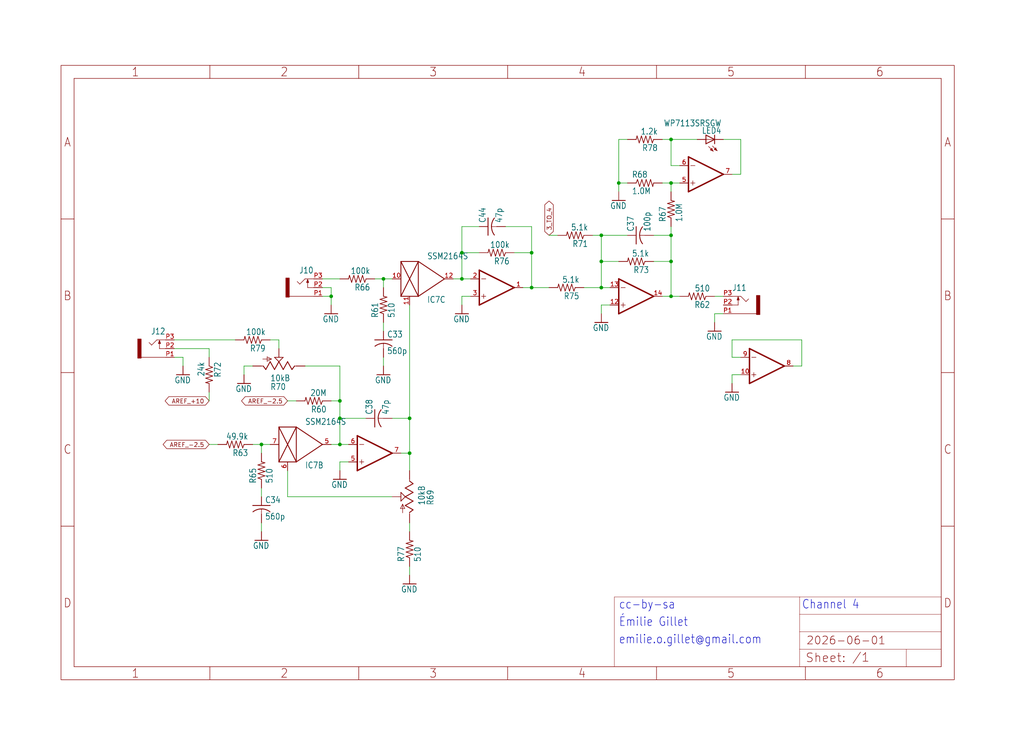
<source format=kicad_sch>
(kicad_sch (version 20230121) (generator eeschema)
  (paper "User" 298.45 217.17)
  (lib_symbols
    (symbol "veils_v40-eagle-import:A4L-LOC"
      (symbol "A4L-LOC_1_0"
        (polyline (pts (xy 0 44.7675) (xy 3.81 44.7675)))
        (polyline (pts (xy 0 89.535) (xy 3.81 89.535)))
        (polyline (pts (xy 0 134.3025) (xy 3.81 134.3025)))
        (polyline (pts (xy 3.81 3.81) (xy 3.81 175.26)))
        (polyline (pts (xy 43.3917 0) (xy 43.3917 3.81)))
        (polyline (pts (xy 43.3917 175.26) (xy 43.3917 179.07)))
        (polyline (pts (xy 86.7833 0) (xy 86.7833 3.81)))
        (polyline (pts (xy 86.7833 175.26) (xy 86.7833 179.07)))
        (polyline (pts (xy 130.175 0) (xy 130.175 3.81)))
        (polyline (pts (xy 130.175 175.26) (xy 130.175 179.07)))
        (polyline (pts (xy 161.29 3.81) (xy 161.29 24.13)) (stroke (width 0.1016)))
        (polyline (pts (xy 161.29 24.13) (xy 215.265 24.13)) (stroke (width 0.1016)))
        (polyline (pts (xy 173.5667 0) (xy 173.5667 3.81)))
        (polyline (pts (xy 173.5667 175.26) (xy 173.5667 179.07)))
        (polyline (pts (xy 215.265 8.89) (xy 215.265 3.81)) (stroke (width 0.1016)))
        (polyline (pts (xy 215.265 8.89) (xy 215.265 13.97)) (stroke (width 0.1016)))
        (polyline (pts (xy 215.265 13.97) (xy 215.265 19.05)) (stroke (width 0.1016)))
        (polyline (pts (xy 215.265 13.97) (xy 256.54 13.97)) (stroke (width 0.1016)))
        (polyline (pts (xy 215.265 19.05) (xy 215.265 24.13)) (stroke (width 0.1016)))
        (polyline (pts (xy 215.265 19.05) (xy 256.54 19.05)) (stroke (width 0.1016)))
        (polyline (pts (xy 215.265 24.13) (xy 256.54 24.13)) (stroke (width 0.1016)))
        (polyline (pts (xy 216.9583 0) (xy 216.9583 3.81)))
        (polyline (pts (xy 216.9583 175.26) (xy 216.9583 179.07)))
        (polyline (pts (xy 246.38 3.81) (xy 246.38 8.89)) (stroke (width 0.1016)))
        (polyline (pts (xy 246.38 8.89) (xy 215.265 8.89)) (stroke (width 0.1016)))
        (polyline (pts (xy 246.38 8.89) (xy 256.54 8.89)) (stroke (width 0.1016)))
        (polyline (pts (xy 256.54 3.81) (xy 3.81 3.81)))
        (polyline (pts (xy 256.54 3.81) (xy 256.54 8.89)) (stroke (width 0.1016)))
        (polyline (pts (xy 256.54 3.81) (xy 256.54 175.26)))
        (polyline (pts (xy 256.54 8.89) (xy 256.54 13.97)) (stroke (width 0.1016)))
        (polyline (pts (xy 256.54 13.97) (xy 256.54 19.05)) (stroke (width 0.1016)))
        (polyline (pts (xy 256.54 19.05) (xy 256.54 24.13)) (stroke (width 0.1016)))
        (polyline (pts (xy 256.54 44.7675) (xy 260.35 44.7675)))
        (polyline (pts (xy 256.54 89.535) (xy 260.35 89.535)))
        (polyline (pts (xy 256.54 134.3025) (xy 260.35 134.3025)))
        (polyline (pts (xy 256.54 175.26) (xy 3.81 175.26)))
        (polyline (pts (xy 0 0) (xy 260.35 0) (xy 260.35 179.07) (xy 0 179.07) (xy 0 0)))
        (text "${#}/${##}" (at 230.505 5.08 0) (effects (font (size 2.54 2.54)) (justify left bottom)))
        (text "${CURRENT_DATE}" (at 217.17 10.16 0) (effects (font (size 2.286 2.286)) (justify left bottom)))
        (text "${PROJECTNAME}" (at 217.17 15.24 0) (effects (font (size 2.54 2.54)) (justify left bottom)))
        (text "1" (at 21.6958 1.905 0) (effects (font (size 2.54 2.286))))
        (text "1" (at 21.6958 177.165 0) (effects (font (size 2.54 2.286))))
        (text "2" (at 65.0875 1.905 0) (effects (font (size 2.54 2.286))))
        (text "2" (at 65.0875 177.165 0) (effects (font (size 2.54 2.286))))
        (text "3" (at 108.4792 1.905 0) (effects (font (size 2.54 2.286))))
        (text "3" (at 108.4792 177.165 0) (effects (font (size 2.54 2.286))))
        (text "4" (at 151.8708 1.905 0) (effects (font (size 2.54 2.286))))
        (text "4" (at 151.8708 177.165 0) (effects (font (size 2.54 2.286))))
        (text "5" (at 195.2625 1.905 0) (effects (font (size 2.54 2.286))))
        (text "5" (at 195.2625 177.165 0) (effects (font (size 2.54 2.286))))
        (text "6" (at 238.6542 1.905 0) (effects (font (size 2.54 2.286))))
        (text "6" (at 238.6542 177.165 0) (effects (font (size 2.54 2.286))))
        (text "A" (at 1.905 156.6863 0) (effects (font (size 2.54 2.286))))
        (text "A" (at 258.445 156.6863 0) (effects (font (size 2.54 2.286))))
        (text "B" (at 1.905 111.9188 0) (effects (font (size 2.54 2.286))))
        (text "B" (at 258.445 111.9188 0) (effects (font (size 2.54 2.286))))
        (text "C" (at 1.905 67.1513 0) (effects (font (size 2.54 2.286))))
        (text "C" (at 258.445 67.1513 0) (effects (font (size 2.54 2.286))))
        (text "D" (at 1.905 22.3838 0) (effects (font (size 2.54 2.286))))
        (text "D" (at 258.445 22.3838 0) (effects (font (size 2.54 2.286))))
        (text "Sheet:" (at 216.916 4.953 0) (effects (font (size 2.54 2.54)) (justify left bottom)))
      )
    )
    (symbol "veils_v40-eagle-import:C-USC0402"
      (property "Reference" "C" (at 1.016 0.635 0))
      (symbol "C-USC0402_1_0"
        (arc (start 0 -1.0161) (mid -1.302 -1.2303) (end -2.4668 -1.8504) (stroke (width 0.254)))
        (polyline (pts (xy -2.54 0) (xy 2.54 0)) (stroke (width 0.254)))
        (polyline (pts (xy 0 -1.016) (xy 0 -2.54)) (stroke (width 0.1524)))
        (arc (start 2.4892 -1.8541) (mid 1.3158 -1.2194) (end 0 -1) (stroke (width 0.254)))
        (pin passive line (at 0 2.54 270) (length 2.54) (name "1") (number "1"))
        (pin passive line (at 0 -5.08 90) (length 2.54) (name "2") (number "2"))
      )
    )
    (symbol "veils_v40-eagle-import:GND" (power)
      (property "Value" "GND" (at -2.54 -2.54 0))
      (symbol "GND_1_0"
        (polyline (pts (xy -1.905 0) (xy 1.905 0)) (stroke (width 0.254)))
        (pin power_in line (at 0 2.54 270) (length 2.54) (name "GND") (number "1"))
      )
    )
    (symbol "veils_v40-eagle-import:LED5MM"
      (property "Reference" "LED" (at 3.556 -4.572 90))
      (symbol "LED5MM_1_0"
        (polyline (pts (xy -2.032 -0.762) (xy -3.429 -2.159)) (stroke (width 0.1524)))
        (polyline (pts (xy -1.905 -1.905) (xy -3.302 -3.302)) (stroke (width 0.1524)))
        (polyline (pts (xy 0 -2.54) (xy -1.27 -2.54)) (stroke (width 0.254)))
        (polyline (pts (xy 0 -2.54) (xy -1.27 0)) (stroke (width 0.254)))
        (polyline (pts (xy 0 0) (xy -1.27 0)) (stroke (width 0.254)))
        (polyline (pts (xy 0 0) (xy 0 -2.54)) (stroke (width 0.1524)))
        (polyline (pts (xy 1.27 -2.54) (xy 0 -2.54)) (stroke (width 0.254)))
        (polyline (pts (xy 1.27 0) (xy 0 -2.54)) (stroke (width 0.254)))
        (polyline (pts (xy 1.27 0) (xy 0 0)) (stroke (width 0.254)))
        (polyline (pts (xy -3.429 -2.159) (xy -3.048 -1.27) (xy -2.54 -1.778)) (stroke (width 0.1524)) (fill (type outline)))
        (polyline (pts (xy -3.302 -3.302) (xy -2.921 -2.413) (xy -2.413 -2.921)) (stroke (width 0.1524)) (fill (type outline)))
        (pin passive line (at 0 2.54 270) (length 2.54) (name "A") (number "A"))
        (pin passive line (at 0 -5.08 90) (length 2.54) (name "C") (number "K"))
      )
    )
    (symbol "veils_v40-eagle-import:PJ301_THONKICONN6"
      (property "Reference" "J" (at -2.54 4.064 0))
      (symbol "PJ301_THONKICONN6_1_0"
        (polyline (pts (xy -2.54 -2.54) (xy 4.572 -2.54)) (stroke (width 0.1524)))
        (polyline (pts (xy -2.54 0) (xy -0.762 0)) (stroke (width 0.1524)))
        (polyline (pts (xy -2.54 2.54) (xy 0 2.54)) (stroke (width 0.1524)))
        (polyline (pts (xy -1.016 1.524) (xy -0.508 1.524)) (stroke (width 0.254)))
        (polyline (pts (xy -0.762 0) (xy -0.762 2.286)) (stroke (width 0.1524)))
        (polyline (pts (xy -0.762 2.286) (xy -1.016 1.524)) (stroke (width 0.254)))
        (polyline (pts (xy -0.508 1.524) (xy -0.762 2.286)) (stroke (width 0.254)))
        (polyline (pts (xy 0 2.54) (xy 1.524 1.016)) (stroke (width 0.1524)))
        (polyline (pts (xy 1.524 1.016) (xy 2.286 1.778)) (stroke (width 0.1524)))
        (rectangle (start 4.572 2.794) (end 5.588 -2.794) (fill (type outline)))
        (pin passive line (at -5.08 -2.54 0) (length 2.54) (name "1") (number "P1"))
        (pin passive line (at -5.08 0 0) (length 2.54) (name "2") (number "P2"))
        (pin passive line (at -5.08 2.54 0) (length 2.54) (name "3") (number "P3"))
      )
    )
    (symbol "veils_v40-eagle-import:POT_USVERTICAL_PS"
      (property "Reference" "R" (at -5.08 -2.54 90))
      (symbol "POT_USVERTICAL_PS_1_0"
        (polyline (pts (xy -1.016 -3.81) (xy 1.27 -2.54)) (stroke (width 0.254)))
        (polyline (pts (xy -1.016 -1.27) (xy 1.27 0)) (stroke (width 0.254)))
        (polyline (pts (xy -1.016 1.27) (xy 1.27 2.54)) (stroke (width 0.254)))
        (polyline (pts (xy -1.016 3.81) (xy 0 4.572)) (stroke (width 0.254)))
        (polyline (pts (xy 0 -5.08) (xy 0 -4.572)) (stroke (width 0.1524)))
        (polyline (pts (xy 0 -4.572) (xy -1.016 -3.81)) (stroke (width 0.254)))
        (polyline (pts (xy 0 4.572) (xy 0 5.08)) (stroke (width 0.1524)))
        (polyline (pts (xy 1.27 -2.54) (xy -1.016 -1.27)) (stroke (width 0.254)))
        (polyline (pts (xy 1.27 0) (xy -1.016 1.27)) (stroke (width 0.254)))
        (polyline (pts (xy 1.27 0) (xy 2.54 1.27)) (stroke (width 0.2032)))
        (polyline (pts (xy 1.27 2.54) (xy -1.016 3.81)) (stroke (width 0.254)))
        (polyline (pts (xy 1.397 -3.429) (xy 2.032 -2.159)) (stroke (width 0.1524)))
        (polyline (pts (xy 2.032 -4.699) (xy 2.032 -2.159)) (stroke (width 0.1524)))
        (polyline (pts (xy 2.032 -2.159) (xy 2.667 -3.429)) (stroke (width 0.1524)))
        (polyline (pts (xy 2.54 -1.27) (xy 1.27 0)) (stroke (width 0.2032)))
        (polyline (pts (xy 2.54 1.27) (xy 2.54 -1.27)) (stroke (width 0.2032)))
        (polyline (pts (xy 2.667 -3.429) (xy 1.397 -3.429)) (stroke (width 0.1524)))
        (pin passive line (at 0 7.62 270) (length 2.54) (name "E") (number "P$1"))
        (pin passive line (at 5.08 0 180) (length 2.54) (name "S") (number "P$2"))
        (pin passive line (at 0 -7.62 90) (length 2.54) (name "A") (number "P$3"))
      )
    )
    (symbol "veils_v40-eagle-import:R-US_R0402"
      (property "Reference" "R" (at -3.81 1.4986 0))
      (symbol "R-US_R0402_1_0"
        (polyline (pts (xy -2.54 0) (xy -2.159 1.016)) (stroke (width 0.2032)))
        (polyline (pts (xy -2.159 1.016) (xy -1.524 -1.016)) (stroke (width 0.2032)))
        (polyline (pts (xy -1.524 -1.016) (xy -0.889 1.016)) (stroke (width 0.2032)))
        (polyline (pts (xy -0.889 1.016) (xy -0.254 -1.016)) (stroke (width 0.2032)))
        (polyline (pts (xy -0.254 -1.016) (xy 0.381 1.016)) (stroke (width 0.2032)))
        (polyline (pts (xy 0.381 1.016) (xy 1.016 -1.016)) (stroke (width 0.2032)))
        (polyline (pts (xy 1.016 -1.016) (xy 1.651 1.016)) (stroke (width 0.2032)))
        (polyline (pts (xy 1.651 1.016) (xy 2.286 -1.016)) (stroke (width 0.2032)))
        (polyline (pts (xy 2.286 -1.016) (xy 2.54 0)) (stroke (width 0.2032)))
        (pin passive line (at -5.08 0 0) (length 2.54) (name "1") (number "1"))
        (pin passive line (at 5.08 0 180) (length 2.54) (name "2") (number "2"))
      )
    )
    (symbol "veils_v40-eagle-import:SSM2164S"
      (property "Reference" "IC" (at 5.08 -12.7 0))
      (symbol "SSM2164S_1_0"
        (polyline (pts (xy -2.54 -5.08) (xy 2.54 -5.08)) (stroke (width 0.254)))
        (polyline (pts (xy -2.54 -5.08) (xy 2.54 5.08)) (stroke (width 0.254)))
        (polyline (pts (xy -2.54 5.08) (xy -2.54 -5.08)) (stroke (width 0.254)))
        (polyline (pts (xy -2.54 5.08) (xy 2.54 -5.08)) (stroke (width 0.254)))
        (polyline (pts (xy 2.54 -5.08) (xy 2.54 5.08)) (stroke (width 0.254)))
        (polyline (pts (xy 2.54 5.08) (xy -2.54 5.08)) (stroke (width 0.254)))
        (polyline (pts (xy 2.54 5.08) (xy 10.16 0)) (stroke (width 0.254)))
        (polyline (pts (xy 10.16 0) (xy 2.54 -5.08)) (stroke (width 0.254)))
        (pin input line (at -5.08 0 0) (length 2.54) (name "IN") (number "2"))
        (pin input line (at 0 7.62 270) (length 2.54) (name "CTRL") (number "3"))
        (pin output line (at 12.7 0 180) (length 2.54) (name "OUT") (number "4"))
      )
      (symbol "SSM2164S_2_0"
        (polyline (pts (xy -2.54 -5.08) (xy 2.54 -5.08)) (stroke (width 0.254)))
        (polyline (pts (xy -2.54 -5.08) (xy 2.54 5.08)) (stroke (width 0.254)))
        (polyline (pts (xy -2.54 5.08) (xy -2.54 -5.08)) (stroke (width 0.254)))
        (polyline (pts (xy -2.54 5.08) (xy 2.54 -5.08)) (stroke (width 0.254)))
        (polyline (pts (xy 2.54 -5.08) (xy 2.54 5.08)) (stroke (width 0.254)))
        (polyline (pts (xy 2.54 5.08) (xy -2.54 5.08)) (stroke (width 0.254)))
        (polyline (pts (xy 2.54 5.08) (xy 10.16 0)) (stroke (width 0.254)))
        (polyline (pts (xy 10.16 0) (xy 2.54 -5.08)) (stroke (width 0.254)))
        (pin output line (at 12.7 0 180) (length 2.54) (name "OUT") (number "5"))
        (pin input line (at 0 7.62 270) (length 2.54) (name "CTRL") (number "6"))
        (pin input line (at -5.08 0 0) (length 2.54) (name "IN") (number "7"))
      )
      (symbol "SSM2164S_3_0"
        (polyline (pts (xy -2.54 -5.08) (xy 2.54 -5.08)) (stroke (width 0.254)))
        (polyline (pts (xy -2.54 -5.08) (xy 2.54 5.08)) (stroke (width 0.254)))
        (polyline (pts (xy -2.54 5.08) (xy -2.54 -5.08)) (stroke (width 0.254)))
        (polyline (pts (xy -2.54 5.08) (xy 2.54 -5.08)) (stroke (width 0.254)))
        (polyline (pts (xy 2.54 -5.08) (xy 2.54 5.08)) (stroke (width 0.254)))
        (polyline (pts (xy 2.54 5.08) (xy -2.54 5.08)) (stroke (width 0.254)))
        (polyline (pts (xy 2.54 5.08) (xy 10.16 0)) (stroke (width 0.254)))
        (polyline (pts (xy 10.16 0) (xy 2.54 -5.08)) (stroke (width 0.254)))
        (pin input line (at -5.08 0 0) (length 2.54) (name "IN") (number "10"))
        (pin input line (at 0 7.62 270) (length 2.54) (name "CTRL") (number "11"))
        (pin output line (at 12.7 0 180) (length 2.54) (name "OUT") (number "12"))
      )
      (symbol "SSM2164S_4_0"
        (polyline (pts (xy -2.54 -5.08) (xy 2.54 -5.08)) (stroke (width 0.254)))
        (polyline (pts (xy -2.54 -5.08) (xy 2.54 5.08)) (stroke (width 0.254)))
        (polyline (pts (xy -2.54 5.08) (xy -2.54 -5.08)) (stroke (width 0.254)))
        (polyline (pts (xy -2.54 5.08) (xy 2.54 -5.08)) (stroke (width 0.254)))
        (polyline (pts (xy 2.54 -5.08) (xy 2.54 5.08)) (stroke (width 0.254)))
        (polyline (pts (xy 2.54 5.08) (xy -2.54 5.08)) (stroke (width 0.254)))
        (polyline (pts (xy 2.54 5.08) (xy 10.16 0)) (stroke (width 0.254)))
        (polyline (pts (xy 10.16 0) (xy 2.54 -5.08)) (stroke (width 0.254)))
        (pin output line (at 12.7 0 180) (length 2.54) (name "OUT") (number "13"))
        (pin input line (at 0 7.62 270) (length 2.54) (name "CTRL") (number "14"))
        (pin input line (at -5.08 0 0) (length 2.54) (name "IN") (number "15"))
      )
      (symbol "SSM2164S_5_0"
        (polyline (pts (xy -5.08 -10.16) (xy -5.08 5.08)) (stroke (width 0.254)))
        (polyline (pts (xy -5.08 5.08) (xy 5.08 5.08)) (stroke (width 0.254)))
        (polyline (pts (xy 5.08 -10.16) (xy -5.08 -10.16)) (stroke (width 0.254)))
        (polyline (pts (xy 5.08 5.08) (xy 5.08 -10.16)) (stroke (width 0.254)))
        (text "GND" (at -1.016 -5.842 0) (effects (font (size 1.778 1.5113)) (justify left bottom)))
        (text "MODE" (at -3.048 -1.016 0) (effects (font (size 1.778 1.5113)) (justify left bottom)))
        (text "V+" (at -1.524 2.54 0) (effects (font (size 1.778 1.5113)) (justify left bottom)))
        (text "V-" (at -1.524 -9.652 0) (effects (font (size 1.778 1.5113)) (justify left bottom)))
        (pin input line (at 7.62 0 180) (length 2.54) (name "MODE") (number "1"))
        (pin power_in line (at 0 7.62 270) (length 2.54) (name "V+") (number "16"))
        (pin power_in line (at 7.62 -5.08 180) (length 2.54) (name "GND") (number "8"))
        (pin power_in line (at 0 -12.7 90) (length 2.54) (name "V-") (number "9"))
      )
    )
    (symbol "veils_v40-eagle-import:TL072PW"
      (symbol "TL072PW_1_0"
        (polyline (pts (xy -5.08 -5.08) (xy 5.08 0)) (stroke (width 0.4064)))
        (polyline (pts (xy -5.08 5.08) (xy -5.08 -5.08)) (stroke (width 0.4064)))
        (polyline (pts (xy -4.445 -2.54) (xy -3.175 -2.54)) (stroke (width 0.1524)))
        (polyline (pts (xy -4.445 2.54) (xy -3.175 2.54)) (stroke (width 0.1524)))
        (polyline (pts (xy -3.81 3.175) (xy -3.81 1.905)) (stroke (width 0.1524)))
        (polyline (pts (xy 5.08 0) (xy -5.08 5.08)) (stroke (width 0.4064)))
        (pin output line (at 7.62 0 180) (length 2.54) (name "OUT") (number "1"))
        (pin input line (at -7.62 -2.54 0) (length 2.54) (name "-IN") (number "2"))
        (pin input line (at -7.62 2.54 0) (length 2.54) (name "+IN") (number "3"))
      )
      (symbol "TL072PW_2_0"
        (polyline (pts (xy -5.08 -5.08) (xy 5.08 0)) (stroke (width 0.4064)))
        (polyline (pts (xy -5.08 5.08) (xy -5.08 -5.08)) (stroke (width 0.4064)))
        (polyline (pts (xy -4.445 -2.54) (xy -3.175 -2.54)) (stroke (width 0.1524)))
        (polyline (pts (xy -4.445 2.54) (xy -3.175 2.54)) (stroke (width 0.1524)))
        (polyline (pts (xy -3.81 3.175) (xy -3.81 1.905)) (stroke (width 0.1524)))
        (polyline (pts (xy 5.08 0) (xy -5.08 5.08)) (stroke (width 0.4064)))
        (pin input line (at -7.62 2.54 0) (length 2.54) (name "+IN") (number "5"))
        (pin input line (at -7.62 -2.54 0) (length 2.54) (name "-IN") (number "6"))
        (pin output line (at 7.62 0 180) (length 2.54) (name "OUT") (number "7"))
      )
      (symbol "TL072PW_3_0"
        (text "V+" (at 1.27 3.175 900) (effects (font (size 0.8128 0.6908)) (justify left bottom)))
        (text "V-" (at 1.27 -4.445 900) (effects (font (size 0.8128 0.6908)) (justify left bottom)))
        (pin power_in line (at 0 -7.62 90) (length 5.08) (name "V-") (number "4"))
        (pin power_in line (at 0 7.62 270) (length 5.08) (name "V+") (number "8"))
      )
    )
    (symbol "veils_v40-eagle-import:TL074PW"
      (symbol "TL074PW_1_0"
        (polyline (pts (xy -5.08 -5.08) (xy 5.08 0)) (stroke (width 0.4064)))
        (polyline (pts (xy -5.08 5.08) (xy -5.08 -5.08)) (stroke (width 0.4064)))
        (polyline (pts (xy -4.445 -2.54) (xy -3.175 -2.54)) (stroke (width 0.1524)))
        (polyline (pts (xy -4.445 2.54) (xy -3.175 2.54)) (stroke (width 0.1524)))
        (polyline (pts (xy -3.81 3.175) (xy -3.81 1.905)) (stroke (width 0.1524)))
        (polyline (pts (xy 5.08 0) (xy -5.08 5.08)) (stroke (width 0.4064)))
        (pin output line (at 7.62 0 180) (length 2.54) (name "OUT") (number "1"))
        (pin input line (at -7.62 -2.54 0) (length 2.54) (name "-IN") (number "2"))
        (pin input line (at -7.62 2.54 0) (length 2.54) (name "+IN") (number "3"))
      )
      (symbol "TL074PW_2_0"
        (polyline (pts (xy -5.08 -5.08) (xy 5.08 0)) (stroke (width 0.4064)))
        (polyline (pts (xy -5.08 5.08) (xy -5.08 -5.08)) (stroke (width 0.4064)))
        (polyline (pts (xy -4.445 -2.54) (xy -3.175 -2.54)) (stroke (width 0.1524)))
        (polyline (pts (xy -4.445 2.54) (xy -3.175 2.54)) (stroke (width 0.1524)))
        (polyline (pts (xy -3.81 3.175) (xy -3.81 1.905)) (stroke (width 0.1524)))
        (polyline (pts (xy 5.08 0) (xy -5.08 5.08)) (stroke (width 0.4064)))
        (pin input line (at -7.62 2.54 0) (length 2.54) (name "+IN") (number "5"))
        (pin input line (at -7.62 -2.54 0) (length 2.54) (name "-IN") (number "6"))
        (pin output line (at 7.62 0 180) (length 2.54) (name "OUT") (number "7"))
      )
      (symbol "TL074PW_3_0"
        (polyline (pts (xy -5.08 -5.08) (xy 5.08 0)) (stroke (width 0.4064)))
        (polyline (pts (xy -5.08 5.08) (xy -5.08 -5.08)) (stroke (width 0.4064)))
        (polyline (pts (xy -4.445 -2.54) (xy -3.175 -2.54)) (stroke (width 0.1524)))
        (polyline (pts (xy -4.445 2.54) (xy -3.175 2.54)) (stroke (width 0.1524)))
        (polyline (pts (xy -3.81 3.175) (xy -3.81 1.905)) (stroke (width 0.1524)))
        (polyline (pts (xy 5.08 0) (xy -5.08 5.08)) (stroke (width 0.4064)))
        (pin input line (at -7.62 2.54 0) (length 2.54) (name "+IN") (number "10"))
        (pin output line (at 7.62 0 180) (length 2.54) (name "OUT") (number "8"))
        (pin input line (at -7.62 -2.54 0) (length 2.54) (name "-IN") (number "9"))
      )
      (symbol "TL074PW_4_0"
        (polyline (pts (xy -5.08 -5.08) (xy 5.08 0)) (stroke (width 0.4064)))
        (polyline (pts (xy -5.08 5.08) (xy -5.08 -5.08)) (stroke (width 0.4064)))
        (polyline (pts (xy -4.445 -2.54) (xy -3.175 -2.54)) (stroke (width 0.1524)))
        (polyline (pts (xy -4.445 2.54) (xy -3.175 2.54)) (stroke (width 0.1524)))
        (polyline (pts (xy -3.81 3.175) (xy -3.81 1.905)) (stroke (width 0.1524)))
        (polyline (pts (xy 5.08 0) (xy -5.08 5.08)) (stroke (width 0.4064)))
        (pin input line (at -7.62 2.54 0) (length 2.54) (name "+IN") (number "12"))
        (pin input line (at -7.62 -2.54 0) (length 2.54) (name "-IN") (number "13"))
        (pin output line (at 7.62 0 180) (length 2.54) (name "OUT") (number "14"))
      )
      (symbol "TL074PW_5_0"
        (text "V+" (at 1.27 3.175 900) (effects (font (size 0.8128 0.6908)) (justify left bottom)))
        (text "V-" (at 1.27 -4.445 900) (effects (font (size 0.8128 0.6908)) (justify left bottom)))
        (pin power_in line (at 0 -7.62 90) (length 5.08) (name "V-") (number "11"))
        (pin power_in line (at 0 7.62 270) (length 5.08) (name "V+") (number "4"))
      )
    )
    (symbol "veils_v40-eagle-import:og-pots_POT_USVERTICAL"
      (property "Reference" "R" (at -5.08 -2.54 90))
      (symbol "og-pots_POT_USVERTICAL_1_0"
        (polyline (pts (xy -1.016 -3.81) (xy 1.27 -2.54)) (stroke (width 0.254)))
        (polyline (pts (xy -1.016 -1.27) (xy 1.27 0)) (stroke (width 0.254)))
        (polyline (pts (xy -1.016 1.27) (xy 1.27 2.54)) (stroke (width 0.254)))
        (polyline (pts (xy -1.016 3.81) (xy 0 4.572)) (stroke (width 0.254)))
        (polyline (pts (xy 0 -5.08) (xy 0 -4.572)) (stroke (width 0.1524)))
        (polyline (pts (xy 0 -4.572) (xy -1.016 -3.81)) (stroke (width 0.254)))
        (polyline (pts (xy 0 4.572) (xy 0 5.08)) (stroke (width 0.1524)))
        (polyline (pts (xy 1.27 -2.54) (xy -1.016 -1.27)) (stroke (width 0.254)))
        (polyline (pts (xy 1.27 0) (xy -1.016 1.27)) (stroke (width 0.254)))
        (polyline (pts (xy 1.27 0) (xy 2.54 1.27)) (stroke (width 0.2032)))
        (polyline (pts (xy 1.27 2.54) (xy -1.016 3.81)) (stroke (width 0.254)))
        (polyline (pts (xy 1.397 -3.429) (xy 2.032 -2.159)) (stroke (width 0.1524)))
        (polyline (pts (xy 2.032 -4.699) (xy 2.032 -2.159)) (stroke (width 0.1524)))
        (polyline (pts (xy 2.032 -2.159) (xy 2.667 -3.429)) (stroke (width 0.1524)))
        (polyline (pts (xy 2.54 -1.27) (xy 1.27 0)) (stroke (width 0.2032)))
        (polyline (pts (xy 2.54 1.27) (xy 2.54 -1.27)) (stroke (width 0.2032)))
        (polyline (pts (xy 2.667 -3.429) (xy 1.397 -3.429)) (stroke (width 0.1524)))
        (pin passive line (at 0 7.62 270) (length 2.54) (name "E") (number "P$1"))
        (pin passive line (at 5.08 0 180) (length 2.54) (name "S") (number "P$2"))
        (pin passive line (at 0 -7.62 90) (length 2.54) (name "A") (number "P$3"))
      )
    )
  )
  (junction (at 134.62 81.28))
  (junction (at 195.58 40.64))
  (junction (at 175.26 76.2))
  (junction (at 96.52 86.36))
  (junction (at 99.06 116.84))
  (junction (at 195.58 86.36))
  (junction (at 99.06 129.54))
  (junction (at 111.76 81.28))
  (junction (at 154.94 83.82))
  (junction (at 175.26 68.58))
  (junction (at 134.62 73.66))
  (junction (at 154.94 73.66))
  (junction (at 175.26 83.82))
  (junction (at 119.38 132.08))
  (junction (at 180.34 53.34))
  (junction (at 195.58 68.58))
  (junction (at 195.58 76.2))
  (junction (at 76.2 129.54))
  (junction (at 119.38 121.92))
  (junction (at 99.06 121.92))
  (junction (at 195.58 53.34))
  (wire (pts (xy 180.34 53.34) (xy 180.34 55.88)) (stroke (width 0.1524)))
  (wire (pts (xy 175.26 68.58) (xy 182.88 68.58)) (stroke (width 0.1524)))
  (wire (pts (xy 50.8 99.06) (xy 68.58 99.06)) (stroke (width 0.1524)))
  (wire (pts (xy 109.22 81.28) (xy 111.76 81.28)) (stroke (width 0.1524)))
  (wire (pts (xy 111.76 81.28) (xy 111.76 83.82)) (stroke (width 0.1524)))
  (wire (pts (xy 195.58 66.04) (xy 195.58 68.58)) (stroke (width 0.1524)))
  (wire (pts (xy 60.96 101.6) (xy 60.96 104.14)) (stroke (width 0.1524)))
  (wire (pts (xy 132.08 81.28) (xy 134.62 81.28)) (stroke (width 0.1524)))
  (wire (pts (xy 193.04 40.64) (xy 195.58 40.64)) (stroke (width 0.1524)))
  (wire (pts (xy 93.98 83.82) (xy 96.52 83.82)) (stroke (width 0.1524)))
  (wire (pts (xy 76.2 129.54) (xy 78.74 129.54)) (stroke (width 0.1524)))
  (wire (pts (xy 63.5 129.54) (xy 60.96 129.54)) (stroke (width 0.1524)))
  (wire (pts (xy 175.26 83.82) (xy 177.8 83.82)) (stroke (width 0.1524)))
  (wire (pts (xy 170.18 83.82) (xy 175.26 83.82)) (stroke (width 0.1524)))
  (wire (pts (xy 198.12 86.36) (xy 195.58 86.36)) (stroke (width 0.1524)))
  (wire (pts (xy 154.94 83.82) (xy 154.94 73.66)) (stroke (width 0.1524)))
  (wire (pts (xy 99.06 134.62) (xy 99.06 137.16)) (stroke (width 0.1524)))
  (wire (pts (xy 175.26 83.82) (xy 175.26 76.2)) (stroke (width 0.1524)))
  (wire (pts (xy 215.9 50.8) (xy 215.9 40.64)) (stroke (width 0.1524)))
  (wire (pts (xy 71.12 106.68) (xy 71.12 109.22)) (stroke (width 0.1524)))
  (wire (pts (xy 50.8 101.6) (xy 60.96 101.6)) (stroke (width 0.1524)))
  (wire (pts (xy 195.58 40.64) (xy 195.58 48.26)) (stroke (width 0.1524)))
  (wire (pts (xy 99.06 129.54) (xy 99.06 121.92)) (stroke (width 0.1524)))
  (wire (pts (xy 96.52 83.82) (xy 96.52 86.36)) (stroke (width 0.1524)))
  (wire (pts (xy 215.9 109.22) (xy 213.36 109.22)) (stroke (width 0.1524)))
  (wire (pts (xy 119.38 137.16) (xy 119.38 132.08)) (stroke (width 0.1524)))
  (wire (pts (xy 195.58 86.36) (xy 193.04 86.36)) (stroke (width 0.1524)))
  (wire (pts (xy 99.06 116.84) (xy 99.06 121.92)) (stroke (width 0.1524)))
  (wire (pts (xy 190.5 76.2) (xy 195.58 76.2)) (stroke (width 0.1524)))
  (wire (pts (xy 195.58 86.36) (xy 195.58 76.2)) (stroke (width 0.1524)))
  (wire (pts (xy 60.96 114.3) (xy 60.96 116.84)) (stroke (width 0.1524)))
  (wire (pts (xy 215.9 104.14) (xy 213.36 104.14)) (stroke (width 0.1524)))
  (wire (pts (xy 83.82 144.78) (xy 114.3 144.78)) (stroke (width 0.1524)))
  (wire (pts (xy 215.9 40.64) (xy 210.82 40.64)) (stroke (width 0.1524)))
  (wire (pts (xy 154.94 73.66) (xy 154.94 66.04)) (stroke (width 0.1524)))
  (wire (pts (xy 119.38 121.92) (xy 119.38 88.9)) (stroke (width 0.1524)))
  (wire (pts (xy 99.06 106.68) (xy 99.06 116.84)) (stroke (width 0.1524)))
  (wire (pts (xy 180.34 76.2) (xy 175.26 76.2)) (stroke (width 0.1524)))
  (wire (pts (xy 78.74 99.06) (xy 81.28 99.06)) (stroke (width 0.1524)))
  (wire (pts (xy 213.36 104.14) (xy 213.36 99.06)) (stroke (width 0.1524)))
  (wire (pts (xy 86.36 116.84) (xy 83.82 116.84)) (stroke (width 0.1524)))
  (wire (pts (xy 182.88 40.64) (xy 180.34 40.64)) (stroke (width 0.1524)))
  (wire (pts (xy 180.34 40.64) (xy 180.34 53.34)) (stroke (width 0.1524)))
  (wire (pts (xy 119.38 121.92) (xy 119.38 132.08)) (stroke (width 0.1524)))
  (wire (pts (xy 134.62 81.28) (xy 137.16 81.28)) (stroke (width 0.1524)))
  (wire (pts (xy 208.28 91.44) (xy 208.28 93.98)) (stroke (width 0.1524)))
  (wire (pts (xy 134.62 66.04) (xy 134.62 73.66)) (stroke (width 0.1524)))
  (wire (pts (xy 134.62 73.66) (xy 134.62 81.28)) (stroke (width 0.1524)))
  (wire (pts (xy 93.98 81.28) (xy 99.06 81.28)) (stroke (width 0.1524)))
  (wire (pts (xy 111.76 104.14) (xy 111.76 106.68)) (stroke (width 0.1524)))
  (wire (pts (xy 53.34 104.14) (xy 53.34 106.68)) (stroke (width 0.1524)))
  (wire (pts (xy 198.12 48.26) (xy 195.58 48.26)) (stroke (width 0.1524)))
  (wire (pts (xy 162.56 68.58) (xy 160.02 68.58)) (stroke (width 0.1524)))
  (wire (pts (xy 119.38 154.94) (xy 119.38 152.4)) (stroke (width 0.1524)))
  (wire (pts (xy 213.36 109.22) (xy 213.36 111.76)) (stroke (width 0.1524)))
  (wire (pts (xy 139.7 73.66) (xy 134.62 73.66)) (stroke (width 0.1524)))
  (wire (pts (xy 101.6 134.62) (xy 99.06 134.62)) (stroke (width 0.1524)))
  (wire (pts (xy 195.58 53.34) (xy 195.58 55.88)) (stroke (width 0.1524)))
  (wire (pts (xy 213.36 99.06) (xy 233.68 99.06)) (stroke (width 0.1524)))
  (wire (pts (xy 233.68 99.06) (xy 233.68 106.68)) (stroke (width 0.1524)))
  (wire (pts (xy 50.8 104.14) (xy 53.34 104.14)) (stroke (width 0.1524)))
  (wire (pts (xy 177.8 88.9) (xy 175.26 88.9)) (stroke (width 0.1524)))
  (wire (pts (xy 210.82 91.44) (xy 208.28 91.44)) (stroke (width 0.1524)))
  (wire (pts (xy 99.06 129.54) (xy 101.6 129.54)) (stroke (width 0.1524)))
  (wire (pts (xy 111.76 96.52) (xy 111.76 93.98)) (stroke (width 0.1524)))
  (wire (pts (xy 96.52 129.54) (xy 99.06 129.54)) (stroke (width 0.1524)))
  (wire (pts (xy 93.98 86.36) (xy 96.52 86.36)) (stroke (width 0.1524)))
  (wire (pts (xy 114.3 121.92) (xy 119.38 121.92)) (stroke (width 0.1524)))
  (wire (pts (xy 195.58 76.2) (xy 195.58 68.58)) (stroke (width 0.1524)))
  (wire (pts (xy 119.38 132.08) (xy 116.84 132.08)) (stroke (width 0.1524)))
  (wire (pts (xy 139.7 66.04) (xy 134.62 66.04)) (stroke (width 0.1524)))
  (wire (pts (xy 81.28 99.06) (xy 81.28 101.6)) (stroke (width 0.1524)))
  (wire (pts (xy 172.72 68.58) (xy 175.26 68.58)) (stroke (width 0.1524)))
  (wire (pts (xy 182.88 53.34) (xy 180.34 53.34)) (stroke (width 0.1524)))
  (wire (pts (xy 175.26 76.2) (xy 175.26 68.58)) (stroke (width 0.1524)))
  (wire (pts (xy 134.62 86.36) (xy 137.16 86.36)) (stroke (width 0.1524)))
  (wire (pts (xy 73.66 129.54) (xy 76.2 129.54)) (stroke (width 0.1524)))
  (wire (pts (xy 76.2 129.54) (xy 76.2 132.08)) (stroke (width 0.1524)))
  (wire (pts (xy 193.04 53.34) (xy 195.58 53.34)) (stroke (width 0.1524)))
  (wire (pts (xy 208.28 86.36) (xy 210.82 86.36)) (stroke (width 0.1524)))
  (wire (pts (xy 134.62 86.36) (xy 134.62 88.9)) (stroke (width 0.1524)))
  (wire (pts (xy 147.32 66.04) (xy 154.94 66.04)) (stroke (width 0.1524)))
  (wire (pts (xy 111.76 81.28) (xy 114.3 81.28)) (stroke (width 0.1524)))
  (wire (pts (xy 96.52 86.36) (xy 96.52 88.9)) (stroke (width 0.1524)))
  (wire (pts (xy 96.52 116.84) (xy 99.06 116.84)) (stroke (width 0.1524)))
  (wire (pts (xy 73.66 106.68) (xy 71.12 106.68)) (stroke (width 0.1524)))
  (wire (pts (xy 152.4 83.82) (xy 154.94 83.82)) (stroke (width 0.1524)))
  (wire (pts (xy 76.2 152.4) (xy 76.2 154.94)) (stroke (width 0.1524)))
  (wire (pts (xy 160.02 83.82) (xy 154.94 83.82)) (stroke (width 0.1524)))
  (wire (pts (xy 83.82 137.16) (xy 83.82 144.78)) (stroke (width 0.1524)))
  (wire (pts (xy 213.36 50.8) (xy 215.9 50.8)) (stroke (width 0.1524)))
  (wire (pts (xy 149.86 73.66) (xy 154.94 73.66)) (stroke (width 0.1524)))
  (wire (pts (xy 119.38 165.1) (xy 119.38 167.64)) (stroke (width 0.1524)))
  (wire (pts (xy 175.26 88.9) (xy 175.26 91.44)) (stroke (width 0.1524)))
  (wire (pts (xy 203.2 40.64) (xy 195.58 40.64)) (stroke (width 0.1524)))
  (wire (pts (xy 195.58 53.34) (xy 198.12 53.34)) (stroke (width 0.1524)))
  (wire (pts (xy 233.68 106.68) (xy 231.14 106.68)) (stroke (width 0.1524)))
  (wire (pts (xy 190.5 68.58) (xy 195.58 68.58)) (stroke (width 0.1524)))
  (wire (pts (xy 106.68 121.92) (xy 99.06 121.92)) (stroke (width 0.1524)))
  (wire (pts (xy 88.9 106.68) (xy 99.06 106.68)) (stroke (width 0.1524)))
  (wire (pts (xy 76.2 144.78) (xy 76.2 142.24)) (stroke (width 0.1524)))
  (text "cc-by-sa" (at 180.34 177.8 0) (effects (font (size 2.54 2.159)) (justify left bottom)))
  (text "emilie.o.gillet@gmail.com" (at 180.34 187.96 0) (effects (font (size 2.54 2.159)) (justify left bottom)))
  (text "Channel 4" (at 233.68 177.8 0) (effects (font (size 2.54 2.159)) (justify left bottom)))
  (text "Émilie Gillet" (at 180.34 182.88 0) (effects (font (size 2.54 2.159)) (justify left bottom)))
  (global_label "AREF_+10" (shape bidirectional) (at 60.96 116.84 180) (effects (font (size 1.2446 1.2446))) (property "Intersheetrefs" "${INTERSHEET_REFS}" (effects hide)))
  (global_label "AREF_-2.5" (shape bidirectional) (at 83.82 116.84 180) (effects (font (size 1.2446 1.2446))) (property "Intersheetrefs" "${INTERSHEET_REFS}" (effects hide)))
  (global_label "AREF_-2.5" (shape bidirectional) (at 60.96 129.54 180) (effects (font (size 1.2446 1.2446))) (property "Intersheetrefs" "${INTERSHEET_REFS}" (effects hide)))
  (global_label "3_TO_4" (shape bidirectional) (at 160.02 68.58 90) (effects (font (size 1.2446 1.2446))) (property "Intersheetrefs" "${INTERSHEET_REFS}" (effects hide)))
  (symbol (lib_id "veils_v40-eagle-import:GND") (at 53.34 109.22 0) (unit 1)
    (property "Reference" "#GND51" (effects hide))
    (property "Value" "GND" (at 50.8 111.76 0) (effects (font (size 1.778 1.5113)) (justify left bottom)))
  )
  (symbol (lib_id "veils_v40-eagle-import:GND") (at 134.62 91.44 0) (unit 1)
    (property "Reference" "#GND50" (effects hide))
    (property "Value" "GND" (at 132.08 93.98 0) (effects (font (size 1.778 1.5113)) (justify left bottom)))
  )
  (symbol (lib_id "veils_v40-eagle-import:A4L-LOC") (at 17.78 198.12 0) (unit 1)
    (property "Reference" "#FRAME7" (effects hide))
    (property "Value" "A4L-LOC" (effects hide))
  )
  (symbol (lib_id "veils_v40-eagle-import:R-US_R0402") (at 76.2 137.16 90) (unit 1)
    (property "Reference" "R65" (at 74.7014 140.97 0) (effects (font (size 1.778 1.5113)) (justify left bottom)))
    (property "Value" "510" (at 79.502 140.97 0) (effects (font (size 1.778 1.5113)) (justify left bottom)))
    (property "Footprint" "veils_v40:R0402" (effects hide))
  )
  (symbol (lib_id "veils_v40-eagle-import:TL074PW") (at 144.78 83.82 0) (mirror x) (unit 1)
    (property "Reference" "IC10" (effects hide))
    (property "Value" "TL074PW" (effects hide))
    (property "Footprint" "veils_v40:TSSOP14" (effects hide))
  )
  (symbol (lib_id "veils_v40-eagle-import:R-US_R0402") (at 68.58 129.54 180) (unit 1)
    (property "Reference" "R63" (at 72.39 131.0386 0) (effects (font (size 1.778 1.5113)) (justify left bottom)))
    (property "Value" "49.9k" (at 72.39 126.238 0) (effects (font (size 1.778 1.5113)) (justify left bottom)))
    (property "Footprint" "veils_v40:R0402" (effects hide))
  )
  (symbol (lib_id "veils_v40-eagle-import:R-US_R0402") (at 195.58 60.96 90) (unit 1)
    (property "Reference" "R67" (at 194.0814 64.77 0) (effects (font (size 1.778 1.5113)) (justify left bottom)))
    (property "Value" "1.0M" (at 198.882 64.77 0) (effects (font (size 1.778 1.5113)) (justify left bottom)))
    (property "Footprint" "veils_v40:R0402" (effects hide))
  )
  (symbol (lib_id "veils_v40-eagle-import:GND") (at 175.26 93.98 0) (unit 1)
    (property "Reference" "#GND47" (effects hide))
    (property "Value" "GND" (at 172.72 96.52 0) (effects (font (size 1.778 1.5113)) (justify left bottom)))
  )
  (symbol (lib_id "veils_v40-eagle-import:R-US_R0402") (at 104.14 81.28 180) (unit 1)
    (property "Reference" "R66" (at 107.95 82.7786 0) (effects (font (size 1.778 1.5113)) (justify left bottom)))
    (property "Value" "100k" (at 107.95 77.978 0) (effects (font (size 1.778 1.5113)) (justify left bottom)))
    (property "Footprint" "veils_v40:R0402" (effects hide))
  )
  (symbol (lib_id "veils_v40-eagle-import:C-USC0402") (at 185.42 68.58 90) (unit 1)
    (property "Reference" "C37" (at 184.785 67.564 0) (effects (font (size 1.778 1.5113)) (justify left bottom)))
    (property "Value" "100p" (at 189.611 67.564 0) (effects (font (size 1.778 1.5113)) (justify left bottom)))
    (property "Footprint" "veils_v40:C0402" (effects hide))
  )
  (symbol (lib_id "veils_v40-eagle-import:R-US_R0402") (at 73.66 99.06 180) (unit 1)
    (property "Reference" "R79" (at 77.47 100.5586 0) (effects (font (size 1.778 1.5113)) (justify left bottom)))
    (property "Value" "100k" (at 77.47 95.758 0) (effects (font (size 1.778 1.5113)) (justify left bottom)))
    (property "Footprint" "veils_v40:R0402" (effects hide))
  )
  (symbol (lib_id "veils_v40-eagle-import:R-US_R0402") (at 111.76 88.9 90) (unit 1)
    (property "Reference" "R61" (at 110.2614 92.71 0) (effects (font (size 1.778 1.5113)) (justify left bottom)))
    (property "Value" "510" (at 115.062 92.71 0) (effects (font (size 1.778 1.5113)) (justify left bottom)))
    (property "Footprint" "veils_v40:R0402" (effects hide))
  )
  (symbol (lib_id "veils_v40-eagle-import:PJ301_THONKICONN6") (at 215.9 88.9 0) (unit 1)
    (property "Reference" "J11" (at 213.36 84.836 0) (effects (font (size 1.778 1.5113)) (justify left bottom)))
    (property "Value" "PJ301_THONKICONN6" (effects hide))
    (property "Footprint" "veils_v40:WQP_PJ_301M6" (effects hide))
  )
  (symbol (lib_id "veils_v40-eagle-import:GND") (at 99.06 139.7 0) (unit 1)
    (property "Reference" "#GND61" (effects hide))
    (property "Value" "GND" (at 96.52 142.24 0) (effects (font (size 1.778 1.5113)) (justify left bottom)))
  )
  (symbol (lib_id "veils_v40-eagle-import:C-USC0402") (at 111.76 99.06 0) (unit 1)
    (property "Reference" "C33" (at 112.776 98.425 0) (effects (font (size 1.778 1.5113)) (justify left bottom)))
    (property "Value" "560p" (at 112.776 103.251 0) (effects (font (size 1.778 1.5113)) (justify left bottom)))
    (property "Footprint" "veils_v40:C0402" (effects hide))
  )
  (symbol (lib_id "veils_v40-eagle-import:GND") (at 180.34 58.42 0) (unit 1)
    (property "Reference" "#GND58" (effects hide))
    (property "Value" "GND" (at 177.8 60.96 0) (effects (font (size 1.778 1.5113)) (justify left bottom)))
  )
  (symbol (lib_id "veils_v40-eagle-import:GND") (at 213.36 114.3 0) (unit 1)
    (property "Reference" "#GND2" (effects hide))
    (property "Value" "GND" (at 210.82 116.84 0) (effects (font (size 1.778 1.5113)) (justify left bottom)))
  )
  (symbol (lib_id "veils_v40-eagle-import:SSM2164S") (at 83.82 129.54 0) (mirror x) (unit 2)
    (property "Reference" "IC7" (at 88.9 134.62 0) (effects (font (size 1.778 1.5113)) (justify left bottom)))
    (property "Value" "SSM2164S" (at 88.9 121.92 0) (effects (font (size 1.778 1.5113)) (justify left bottom)))
    (property "Footprint" "veils_v40:SOIC16N" (effects hide))
  )
  (symbol (lib_id "veils_v40-eagle-import:GND") (at 208.28 96.52 0) (unit 1)
    (property "Reference" "#GND45" (effects hide))
    (property "Value" "GND" (at 205.74 99.06 0) (effects (font (size 1.778 1.5113)) (justify left bottom)))
  )
  (symbol (lib_id "veils_v40-eagle-import:GND") (at 71.12 111.76 0) (unit 1)
    (property "Reference" "#GND39" (effects hide))
    (property "Value" "GND" (at 68.58 114.3 0) (effects (font (size 1.778 1.5113)) (justify left bottom)))
  )
  (symbol (lib_id "veils_v40-eagle-import:TL074PW") (at 223.52 106.68 0) (mirror x) (unit 3)
    (property "Reference" "IC10" (effects hide))
    (property "Value" "TL074PW" (effects hide))
    (property "Footprint" "veils_v40:TSSOP14" (effects hide))
  )
  (symbol (lib_id "veils_v40-eagle-import:GND") (at 119.38 170.18 0) (unit 1)
    (property "Reference" "#GND8" (effects hide))
    (property "Value" "GND" (at 116.84 172.72 0) (effects (font (size 1.778 1.5113)) (justify left bottom)))
  )
  (symbol (lib_id "veils_v40-eagle-import:C-USC0402") (at 109.22 121.92 90) (unit 1)
    (property "Reference" "C38" (at 108.585 120.904 0) (effects (font (size 1.778 1.5113)) (justify left bottom)))
    (property "Value" "47p" (at 113.411 120.904 0) (effects (font (size 1.778 1.5113)) (justify left bottom)))
    (property "Footprint" "veils_v40:C0402" (effects hide))
  )
  (symbol (lib_id "veils_v40-eagle-import:C-USC0402") (at 142.24 66.04 90) (unit 1)
    (property "Reference" "C44" (at 141.605 65.024 0) (effects (font (size 1.778 1.5113)) (justify left bottom)))
    (property "Value" "47p" (at 146.431 65.024 0) (effects (font (size 1.778 1.5113)) (justify left bottom)))
    (property "Footprint" "veils_v40:C0402" (effects hide))
  )
  (symbol (lib_id "veils_v40-eagle-import:TL074PW") (at 185.42 86.36 0) (mirror x) (unit 4)
    (property "Reference" "IC10" (effects hide))
    (property "Value" "TL074PW" (effects hide))
    (property "Footprint" "veils_v40:TSSOP14" (effects hide))
  )
  (symbol (lib_id "veils_v40-eagle-import:TL074PW") (at 109.22 132.08 0) (mirror x) (unit 2)
    (property "Reference" "IC10" (effects hide))
    (property "Value" "TL074PW" (effects hide))
    (property "Footprint" "veils_v40:TSSOP14" (effects hide))
  )
  (symbol (lib_id "veils_v40-eagle-import:R-US_R0402") (at 119.38 160.02 90) (unit 1)
    (property "Reference" "R77" (at 117.8814 163.83 0) (effects (font (size 1.778 1.5113)) (justify left bottom)))
    (property "Value" "510" (at 122.682 163.83 0) (effects (font (size 1.778 1.5113)) (justify left bottom)))
    (property "Footprint" "veils_v40:R0402" (effects hide))
  )
  (symbol (lib_id "veils_v40-eagle-import:R-US_R0402") (at 144.78 73.66 180) (unit 1)
    (property "Reference" "R76" (at 148.59 75.1586 0) (effects (font (size 1.778 1.5113)) (justify left bottom)))
    (property "Value" "100k" (at 148.59 70.358 0) (effects (font (size 1.778 1.5113)) (justify left bottom)))
    (property "Footprint" "veils_v40:R0402" (effects hide))
  )
  (symbol (lib_id "veils_v40-eagle-import:GND") (at 76.2 157.48 0) (unit 1)
    (property "Reference" "#GND60" (effects hide))
    (property "Value" "GND" (at 73.66 160.02 0) (effects (font (size 1.778 1.5113)) (justify left bottom)))
  )
  (symbol (lib_id "veils_v40-eagle-import:SSM2164S") (at 119.38 81.28 0) (mirror x) (unit 3)
    (property "Reference" "IC7" (at 124.46 86.36 0) (effects (font (size 1.778 1.5113)) (justify left bottom)))
    (property "Value" "SSM2164S" (at 124.46 73.66 0) (effects (font (size 1.778 1.5113)) (justify left bottom)))
    (property "Footprint" "veils_v40:SOIC16N" (effects hide))
  )
  (symbol (lib_id "veils_v40-eagle-import:GND") (at 96.52 91.44 0) (unit 1)
    (property "Reference" "#GND53" (effects hide))
    (property "Value" "GND" (at 93.98 93.98 0) (effects (font (size 1.778 1.5113)) (justify left bottom)))
  )
  (symbol (lib_id "veils_v40-eagle-import:C-USC0402") (at 76.2 147.32 0) (unit 1)
    (property "Reference" "C34" (at 77.216 146.685 0) (effects (font (size 1.778 1.5113)) (justify left bottom)))
    (property "Value" "560p" (at 77.216 151.511 0) (effects (font (size 1.778 1.5113)) (justify left bottom)))
    (property "Footprint" "veils_v40:C0402" (effects hide))
  )
  (symbol (lib_id "veils_v40-eagle-import:R-US_R0402") (at 167.64 68.58 180) (unit 1)
    (property "Reference" "R71" (at 171.45 70.0786 0) (effects (font (size 1.778 1.5113)) (justify left bottom)))
    (property "Value" "5.1k" (at 171.45 65.278 0) (effects (font (size 1.778 1.5113)) (justify left bottom)))
    (property "Footprint" "veils_v40:R0402" (effects hide))
  )
  (symbol (lib_id "veils_v40-eagle-import:R-US_R0402") (at 165.1 83.82 180) (unit 1)
    (property "Reference" "R75" (at 168.91 85.3186 0) (effects (font (size 1.778 1.5113)) (justify left bottom)))
    (property "Value" "5.1k" (at 168.91 80.518 0) (effects (font (size 1.778 1.5113)) (justify left bottom)))
    (property "Footprint" "veils_v40:R0402" (effects hide))
  )
  (symbol (lib_id "veils_v40-eagle-import:PJ301_THONKICONN6") (at 88.9 83.82 0) (mirror y) (unit 1)
    (property "Reference" "J10" (at 91.44 79.756 0) (effects (font (size 1.778 1.5113)) (justify left bottom)))
    (property "Value" "PJ301_THONKICONN6" (effects hide))
    (property "Footprint" "veils_v40:WQP_PJ_301M6" (effects hide))
  )
  (symbol (lib_id "veils_v40-eagle-import:GND") (at 111.76 109.22 0) (unit 1)
    (property "Reference" "#GND46" (effects hide))
    (property "Value" "GND" (at 109.22 111.76 0) (effects (font (size 1.778 1.5113)) (justify left bottom)))
  )
  (symbol (lib_id "veils_v40-eagle-import:PJ301_THONKICONN6") (at 45.72 101.6 0) (mirror y) (unit 1)
    (property "Reference" "J12" (at 48.26 97.536 0) (effects (font (size 1.778 1.5113)) (justify left bottom)))
    (property "Value" "PJ301_THONKICONN6" (effects hide))
    (property "Footprint" "veils_v40:WQP_PJ_301M6" (effects hide))
  )
  (symbol (lib_id "veils_v40-eagle-import:POT_USVERTICAL_PS") (at 81.28 106.68 270) (mirror x) (unit 1)
    (property "Reference" "R70" (at 78.74 111.76 90) (effects (font (size 1.778 1.5113)) (justify left bottom)))
    (property "Value" "10kB" (at 78.74 109.22 90) (effects (font (size 1.778 1.5113)) (justify left bottom)))
    (property "Footprint" "veils_v40:ALPS_POT_VERTICAL_PS" (effects hide))
  )
  (symbol (lib_id "veils_v40-eagle-import:R-US_R0402") (at 91.44 116.84 180) (unit 1)
    (property "Reference" "R60" (at 95.25 118.3386 0) (effects (font (size 1.778 1.5113)) (justify left bottom)))
    (property "Value" "20M" (at 95.25 113.538 0) (effects (font (size 1.778 1.5113)) (justify left bottom)))
    (property "Footprint" "veils_v40:R0402" (effects hide))
  )
  (symbol (lib_id "veils_v40-eagle-import:R-US_R0402") (at 203.2 86.36 180) (unit 1)
    (property "Reference" "R62" (at 207.01 87.8586 0) (effects (font (size 1.778 1.5113)) (justify left bottom)))
    (property "Value" "510" (at 207.01 83.058 0) (effects (font (size 1.778 1.5113)) (justify left bottom)))
    (property "Footprint" "veils_v40:R0402" (effects hide))
  )
  (symbol (lib_id "veils_v40-eagle-import:TL072PW") (at 205.74 50.8 0) (mirror x) (unit 2)
    (property "Reference" "IC6" (effects hide))
    (property "Value" "TL072PW" (effects hide))
    (property "Footprint" "veils_v40:TSSOP8" (effects hide))
  )
  (symbol (lib_id "veils_v40-eagle-import:og-pots_POT_USVERTICAL") (at 119.38 144.78 0) (mirror y) (unit 1)
    (property "Reference" "R69" (at 124.46 147.32 90) (effects (font (size 1.778 1.5113)) (justify left bottom)))
    (property "Value" "10kB" (at 121.92 147.32 90) (effects (font (size 1.778 1.5113)) (justify left bottom)))
    (property "Footprint" "veils_v40:ALPS_POT_VERTICAL" (effects hide))
  )
  (symbol (lib_id "veils_v40-eagle-import:LED5MM") (at 205.74 40.64 90) (unit 1)
    (property "Reference" "LED4" (at 210.312 37.084 90) (effects (font (size 1.778 1.5113)) (justify left bottom)))
    (property "Value" "WP7113SRSGW" (at 210.312 34.925 90) (effects (font (size 1.778 1.5113)) (justify left bottom)))
    (property "Footprint" "veils_v40:LED5MM" (effects hide))
  )
  (symbol (lib_id "veils_v40-eagle-import:R-US_R0402") (at 60.96 109.22 270) (unit 1)
    (property "Reference" "R72" (at 62.4586 105.41 0) (effects (font (size 1.778 1.5113)) (justify left bottom)))
    (property "Value" "24k" (at 57.658 105.41 0) (effects (font (size 1.778 1.5113)) (justify left bottom)))
    (property "Footprint" "veils_v40:R0402" (effects hide))
  )
  (symbol (lib_id "veils_v40-eagle-import:R-US_R0402") (at 185.42 76.2 180) (unit 1)
    (property "Reference" "R73" (at 189.23 77.6986 0) (effects (font (size 1.778 1.5113)) (justify left bottom)))
    (property "Value" "5.1k" (at 189.23 72.898 0) (effects (font (size 1.778 1.5113)) (justify left bottom)))
    (property "Footprint" "veils_v40:R0402" (effects hide))
  )
  (symbol (lib_id "veils_v40-eagle-import:R-US_R0402") (at 187.96 53.34 0) (unit 1)
    (property "Reference" "R68" (at 184.15 51.8414 0) (effects (font (size 1.778 1.5113)) (justify left bottom)))
    (property "Value" "1.0M" (at 184.15 56.642 0) (effects (font (size 1.778 1.5113)) (justify left bottom)))
    (property "Footprint" "veils_v40:R0402" (effects hide))
  )
  (symbol (lib_id "veils_v40-eagle-import:R-US_R0402") (at 187.96 40.64 180) (unit 1)
    (property "Reference" "R78" (at 191.77 42.1386 0) (effects (font (size 1.778 1.5113)) (justify left bottom)))
    (property "Value" "1.2k" (at 191.77 37.338 0) (effects (font (size 1.778 1.5113)) (justify left bottom)))
    (property "Footprint" "veils_v40:R0402" (effects hide))
  )
)
</source>
